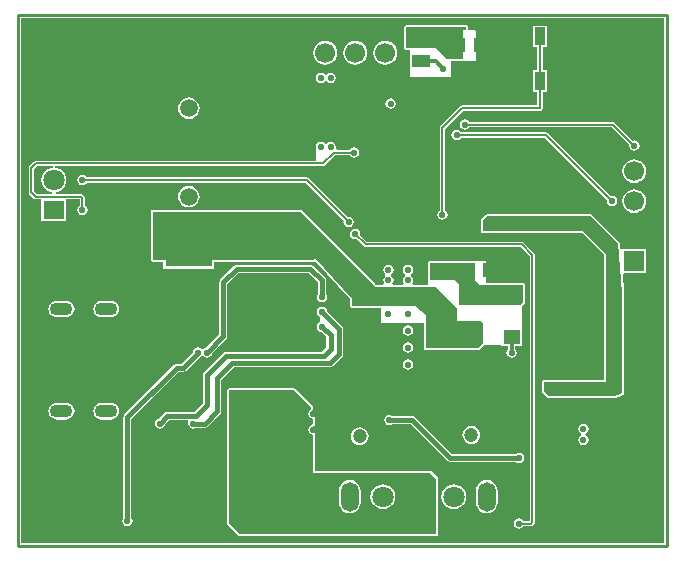
<source format=gbl>
G04*
G04 #@! TF.GenerationSoftware,Altium Limited,Altium Designer,19.0.10 (269)*
G04*
G04 Layer_Physical_Order=4*
G04 Layer_Color=16711680*
%FSLAX25Y25*%
%MOIN*%
G70*
G01*
G75*
%ADD10C,0.01000*%
%ADD15C,0.01200*%
%ADD24R,0.06102X0.03937*%
%ADD26R,0.06000X0.05000*%
%ADD64C,0.01500*%
%ADD65C,0.00600*%
%ADD66C,0.05906*%
%ADD67C,0.06693*%
%ADD68R,0.06693X0.06693*%
%ADD69C,0.16063*%
%ADD70R,0.07087X0.06200*%
%ADD71C,0.07087*%
%ADD72O,0.05906X0.09839*%
%ADD73R,0.06693X0.06693*%
%ADD74O,0.07476X0.04331*%
%ADD75C,0.04724*%
%ADD76C,0.02200*%
%ADD87R,0.15748X0.17717*%
%ADD88R,0.05512X0.04724*%
%ADD89R,0.03543X0.05906*%
G36*
X215414Y1122D02*
X1122D01*
Y176044D01*
X215414D01*
Y1122D01*
D02*
G37*
%LPC*%
G36*
X122500Y168481D02*
X121470Y168345D01*
X120510Y167947D01*
X119685Y167315D01*
X119053Y166490D01*
X118655Y165530D01*
X118519Y164500D01*
X118655Y163470D01*
X119053Y162510D01*
X119685Y161685D01*
X120510Y161053D01*
X121470Y160655D01*
X122500Y160520D01*
X123530Y160655D01*
X124490Y161053D01*
X125315Y161685D01*
X125947Y162510D01*
X126345Y163470D01*
X126480Y164500D01*
X126345Y165530D01*
X125947Y166490D01*
X125315Y167315D01*
X124490Y167947D01*
X123530Y168345D01*
X122500Y168481D01*
D02*
G37*
G36*
X112500D02*
X111470Y168345D01*
X110510Y167947D01*
X109685Y167315D01*
X109053Y166490D01*
X108655Y165530D01*
X108519Y164500D01*
X108655Y163470D01*
X109053Y162510D01*
X109685Y161685D01*
X110510Y161053D01*
X111470Y160655D01*
X112500Y160520D01*
X113530Y160655D01*
X114490Y161053D01*
X115315Y161685D01*
X115947Y162510D01*
X116345Y163470D01*
X116481Y164500D01*
X116345Y165530D01*
X115947Y166490D01*
X115315Y167315D01*
X114490Y167947D01*
X113530Y168345D01*
X112500Y168481D01*
D02*
G37*
G36*
X102500D02*
X101470Y168345D01*
X100510Y167947D01*
X99685Y167315D01*
X99053Y166490D01*
X98655Y165530D01*
X98519Y164500D01*
X98655Y163470D01*
X99053Y162510D01*
X99685Y161685D01*
X100510Y161053D01*
X101470Y160655D01*
X102500Y160520D01*
X103530Y160655D01*
X104490Y161053D01*
X105315Y161685D01*
X105947Y162510D01*
X106345Y163470D01*
X106481Y164500D01*
X106345Y165530D01*
X105947Y166490D01*
X105315Y167315D01*
X104490Y167947D01*
X103530Y168345D01*
X102500Y168481D01*
D02*
G37*
G36*
X104250Y157733D02*
X103587Y157601D01*
X103024Y157226D01*
X102926Y157078D01*
X102324D01*
X102226Y157226D01*
X101663Y157601D01*
X101000Y157733D01*
X100337Y157601D01*
X99774Y157226D01*
X99399Y156663D01*
X99267Y156000D01*
X99399Y155337D01*
X99774Y154774D01*
X100337Y154399D01*
X101000Y154267D01*
X101663Y154399D01*
X102226Y154774D01*
X102324Y154922D01*
X102926D01*
X103024Y154774D01*
X103587Y154399D01*
X104250Y154267D01*
X104913Y154399D01*
X105476Y154774D01*
X105851Y155337D01*
X105983Y156000D01*
X105851Y156663D01*
X105476Y157226D01*
X104913Y157601D01*
X104250Y157733D01*
D02*
G37*
G36*
X149500Y173649D02*
X129500D01*
X129041Y173459D01*
X128851Y173000D01*
Y166000D01*
X129041Y165541D01*
X129500Y165351D01*
X130849D01*
Y159057D01*
Y156500D01*
X144500D01*
X144434Y156566D01*
Y160733D01*
X144500Y160760D01*
X144500Y160760D01*
Y161851D01*
X152655D01*
Y171844D01*
X152500Y172000D01*
X150149D01*
Y173000D01*
X149959Y173459D01*
X149500Y173649D01*
D02*
G37*
G36*
X124250Y149233D02*
X123587Y149101D01*
X123024Y148726D01*
X122649Y148163D01*
X122517Y147500D01*
X122649Y146837D01*
X123024Y146274D01*
X123587Y145899D01*
X124250Y145767D01*
X124913Y145899D01*
X125476Y146274D01*
X125851Y146837D01*
X125983Y147500D01*
X125851Y148163D01*
X125476Y148726D01*
X124913Y149101D01*
X124250Y149233D01*
D02*
G37*
G36*
X57000Y149583D02*
X56072Y149461D01*
X55208Y149103D01*
X54466Y148534D01*
X53897Y147792D01*
X53539Y146927D01*
X53417Y146000D01*
X53539Y145072D01*
X53897Y144208D01*
X54466Y143466D01*
X55208Y142897D01*
X56072Y142539D01*
X57000Y142417D01*
X57928Y142539D01*
X58792Y142897D01*
X59534Y143466D01*
X60103Y144208D01*
X60461Y145072D01*
X60584Y146000D01*
X60461Y146927D01*
X60103Y147792D01*
X59534Y148534D01*
X58792Y149103D01*
X57928Y149461D01*
X57000Y149583D01*
D02*
G37*
G36*
X104250Y134733D02*
X103587Y134601D01*
X103024Y134226D01*
X102926Y134078D01*
X102324D01*
X102226Y134226D01*
X101663Y134601D01*
X101000Y134733D01*
X100337Y134601D01*
X99774Y134226D01*
X99399Y133663D01*
X99267Y133000D01*
Y128474D01*
X6057D01*
X5706Y128404D01*
X5408Y128206D01*
X3851Y126649D01*
X3652Y126351D01*
X3582Y126000D01*
Y118000D01*
X3652Y117649D01*
X3851Y117351D01*
X5351Y115851D01*
X5649Y115652D01*
X6000Y115582D01*
X7857D01*
Y108300D01*
X16143D01*
Y115582D01*
X20582D01*
Y113431D01*
X20274Y113226D01*
X19899Y112663D01*
X19767Y112000D01*
X19899Y111337D01*
X20274Y110774D01*
X20837Y110399D01*
X21500Y110267D01*
X22163Y110399D01*
X22726Y110774D01*
X23101Y111337D01*
X23233Y112000D01*
X23101Y112663D01*
X22726Y113226D01*
X22418Y113431D01*
Y116148D01*
X22348Y116500D01*
X22149Y116797D01*
X21797Y117149D01*
X21500Y117348D01*
X21148Y117418D01*
X12767D01*
X12734Y117918D01*
X13082Y117963D01*
X14089Y118381D01*
X14955Y119045D01*
X15619Y119911D01*
X16037Y120918D01*
X16179Y122000D01*
X16037Y123082D01*
X15619Y124090D01*
X14955Y124955D01*
X14089Y125619D01*
X13082Y126037D01*
X12304Y126139D01*
X12336Y126639D01*
X101635D01*
X101986Y126709D01*
X102284Y126908D01*
X105640Y130264D01*
X110569D01*
X110774Y129956D01*
X111337Y129580D01*
X112000Y129448D01*
X112663Y129580D01*
X113226Y129956D01*
X113601Y130518D01*
X113733Y131182D01*
X113601Y131845D01*
X113226Y132407D01*
X112663Y132783D01*
X112000Y132915D01*
X111337Y132783D01*
X110774Y132407D01*
X110569Y132099D01*
X106248D01*
X105904Y132599D01*
X105983Y133000D01*
X105851Y133663D01*
X105476Y134226D01*
X104913Y134601D01*
X104250Y134733D01*
D02*
G37*
G36*
X149000Y142233D02*
X148337Y142101D01*
X147774Y141726D01*
X147399Y141163D01*
X147267Y140500D01*
X147399Y139837D01*
X147774Y139274D01*
X148337Y138899D01*
X149000Y138767D01*
X149663Y138899D01*
X150226Y139274D01*
X150431Y139582D01*
X198120D01*
X203839Y133863D01*
X203767Y133500D01*
X203899Y132837D01*
X204274Y132274D01*
X204837Y131899D01*
X205500Y131767D01*
X206163Y131899D01*
X206726Y132274D01*
X207101Y132837D01*
X207233Y133500D01*
X207101Y134163D01*
X206726Y134726D01*
X206163Y135101D01*
X205500Y135233D01*
X205137Y135161D01*
X199149Y141149D01*
X198851Y141348D01*
X198500Y141418D01*
X150431D01*
X150226Y141726D01*
X149663Y142101D01*
X149000Y142233D01*
D02*
G37*
G36*
X205500Y128981D02*
X204470Y128845D01*
X203510Y128447D01*
X202685Y127815D01*
X202053Y126990D01*
X201655Y126030D01*
X201519Y125000D01*
X201655Y123970D01*
X202053Y123010D01*
X202685Y122185D01*
X203510Y121553D01*
X204470Y121155D01*
X205500Y121019D01*
X206530Y121155D01*
X207490Y121553D01*
X208315Y122185D01*
X208947Y123010D01*
X209345Y123970D01*
X209481Y125000D01*
X209345Y126030D01*
X208947Y126990D01*
X208315Y127815D01*
X207490Y128447D01*
X206530Y128845D01*
X205500Y128981D01*
D02*
G37*
G36*
X146278Y138733D02*
X145615Y138601D01*
X145053Y138226D01*
X144677Y137663D01*
X144545Y137000D01*
X144677Y136337D01*
X145053Y135774D01*
X145615Y135399D01*
X146278Y135267D01*
X146942Y135399D01*
X147504Y135774D01*
X147710Y136082D01*
X175620D01*
X196339Y115363D01*
X196267Y115000D01*
X196399Y114337D01*
X196774Y113774D01*
X197337Y113399D01*
X198000Y113267D01*
X198663Y113399D01*
X199226Y113774D01*
X199601Y114337D01*
X199733Y115000D01*
X199601Y115663D01*
X199226Y116226D01*
X198663Y116601D01*
X198000Y116733D01*
X197637Y116661D01*
X176649Y137649D01*
X176351Y137848D01*
X176000Y137918D01*
X147710D01*
X147504Y138226D01*
X146942Y138601D01*
X146278Y138733D01*
D02*
G37*
G36*
X57000Y120083D02*
X56072Y119961D01*
X55208Y119603D01*
X54466Y119034D01*
X53897Y118292D01*
X53539Y117428D01*
X53417Y116500D01*
X53539Y115573D01*
X53897Y114708D01*
X54466Y113966D01*
X55208Y113397D01*
X56072Y113039D01*
X57000Y112917D01*
X57928Y113039D01*
X58792Y113397D01*
X59534Y113966D01*
X60103Y114708D01*
X60461Y115573D01*
X60584Y116500D01*
X60461Y117428D01*
X60103Y118292D01*
X59534Y119034D01*
X58792Y119603D01*
X57928Y119961D01*
X57000Y120083D01*
D02*
G37*
G36*
X205500Y118981D02*
X204470Y118845D01*
X203510Y118447D01*
X202685Y117815D01*
X202053Y116990D01*
X201655Y116030D01*
X201519Y115000D01*
X201655Y113970D01*
X202053Y113010D01*
X202685Y112185D01*
X203510Y111553D01*
X204470Y111155D01*
X205500Y111020D01*
X206530Y111155D01*
X207490Y111553D01*
X208315Y112185D01*
X208947Y113010D01*
X209345Y113970D01*
X209481Y115000D01*
X209345Y116030D01*
X208947Y116990D01*
X208315Y117815D01*
X207490Y118447D01*
X206530Y118845D01*
X205500Y118981D01*
D02*
G37*
G36*
X176372Y173513D02*
X171628D01*
Y166408D01*
X173082D01*
Y158553D01*
X171628D01*
Y151447D01*
X173082D01*
Y146918D01*
X148000D01*
X147649Y146848D01*
X147351Y146649D01*
X140851Y140149D01*
X140652Y139851D01*
X140582Y139500D01*
Y111931D01*
X140274Y111726D01*
X139899Y111163D01*
X139767Y110500D01*
X139899Y109837D01*
X140274Y109274D01*
X140837Y108899D01*
X141500Y108767D01*
X142163Y108899D01*
X142726Y109274D01*
X143101Y109837D01*
X143233Y110500D01*
X143101Y111163D01*
X142726Y111726D01*
X142418Y111931D01*
Y139120D01*
X148380Y145082D01*
X174000D01*
X174351Y145152D01*
X174649Y145351D01*
X174848Y145649D01*
X174918Y146000D01*
Y151447D01*
X176372D01*
Y158553D01*
X174918D01*
Y166408D01*
X176372D01*
Y173513D01*
D02*
G37*
G36*
X21500Y123733D02*
X20837Y123601D01*
X20274Y123226D01*
X19899Y122663D01*
X19767Y122000D01*
X19899Y121337D01*
X20274Y120774D01*
X20837Y120399D01*
X21500Y120267D01*
X22163Y120399D01*
X22726Y120774D01*
X22931Y121082D01*
X95870D01*
X108589Y108363D01*
X108517Y108000D01*
X108649Y107337D01*
X109024Y106774D01*
X109587Y106399D01*
X110250Y106267D01*
X110913Y106399D01*
X111476Y106774D01*
X111851Y107337D01*
X111983Y108000D01*
X111851Y108663D01*
X111476Y109226D01*
X110913Y109601D01*
X110250Y109733D01*
X109887Y109661D01*
X96899Y122649D01*
X96601Y122848D01*
X96250Y122918D01*
X22931D01*
X22726Y123226D01*
X22163Y123601D01*
X21500Y123733D01*
D02*
G37*
G36*
X97500Y93876D02*
X73000D01*
X72473Y93772D01*
X72027Y93473D01*
X67527Y88973D01*
X67228Y88527D01*
X67124Y88000D01*
Y70570D01*
X62734Y66180D01*
X62337Y66101D01*
X61774Y65726D01*
X61750Y65689D01*
X61250D01*
X61226Y65726D01*
X60663Y66101D01*
X60000Y66233D01*
X59337Y66101D01*
X58774Y65726D01*
X58399Y65163D01*
X58320Y64766D01*
X54430Y60876D01*
X53000D01*
X52473Y60772D01*
X52027Y60473D01*
X52027Y60473D01*
X35527Y43973D01*
X35228Y43527D01*
X35124Y43000D01*
Y9374D01*
X34899Y9037D01*
X34767Y8374D01*
X34899Y7711D01*
X35274Y7148D01*
X35837Y6773D01*
X36500Y6641D01*
X37163Y6773D01*
X37726Y7148D01*
X38101Y7711D01*
X38233Y8374D01*
X38101Y9037D01*
X37876Y9374D01*
Y42430D01*
X53570Y58124D01*
X55000D01*
X55527Y58228D01*
X55973Y58527D01*
X60266Y62820D01*
X60663Y62899D01*
X61226Y63274D01*
X61250Y63311D01*
X61750D01*
X61774Y63274D01*
X62337Y62899D01*
X63000Y62767D01*
X63663Y62899D01*
X64226Y63274D01*
X64601Y63837D01*
X64680Y64234D01*
X69473Y69027D01*
X69473Y69027D01*
X69772Y69473D01*
X69876Y70000D01*
Y87430D01*
X73570Y91124D01*
X96930D01*
X99989Y88064D01*
Y84000D01*
X99764Y83663D01*
X99632Y83000D01*
X99764Y82337D01*
X100140Y81774D01*
X100702Y81399D01*
X101365Y81267D01*
X102029Y81399D01*
X102591Y81774D01*
X102967Y82337D01*
X103099Y83000D01*
X102967Y83663D01*
X102742Y84000D01*
Y88635D01*
X102637Y89161D01*
X102339Y89608D01*
X102339Y89608D01*
X98473Y93473D01*
X98027Y93772D01*
X97500Y93876D01*
D02*
G37*
G36*
X31073Y81790D02*
X27927D01*
X27205Y81695D01*
X26533Y81416D01*
X25955Y80973D01*
X25512Y80395D01*
X25233Y79722D01*
X25138Y79000D01*
X25233Y78278D01*
X25512Y77606D01*
X25955Y77028D01*
X26533Y76585D01*
X27205Y76306D01*
X27927Y76211D01*
X31073D01*
X31794Y76306D01*
X32467Y76585D01*
X33045Y77028D01*
X33488Y77606D01*
X33767Y78278D01*
X33862Y79000D01*
X33767Y79722D01*
X33488Y80395D01*
X33045Y80973D01*
X32467Y81416D01*
X31794Y81695D01*
X31073Y81790D01*
D02*
G37*
G36*
X16112D02*
X12967D01*
X12245Y81695D01*
X11573Y81416D01*
X10995Y80973D01*
X10552Y80395D01*
X10273Y79722D01*
X10178Y79000D01*
X10273Y78278D01*
X10552Y77606D01*
X10995Y77028D01*
X11573Y76585D01*
X12245Y76306D01*
X12967Y76211D01*
X16112D01*
X16834Y76306D01*
X17507Y76585D01*
X18085Y77028D01*
X18528Y77606D01*
X18807Y78278D01*
X18902Y79000D01*
X18807Y79722D01*
X18528Y80395D01*
X18085Y80973D01*
X17507Y81416D01*
X16834Y81695D01*
X16112Y81790D01*
D02*
G37*
G36*
X130000Y73567D02*
X129337Y73435D01*
X128774Y73059D01*
X128399Y72497D01*
X128267Y71833D01*
X128399Y71170D01*
X128774Y70608D01*
X129337Y70232D01*
X130000Y70100D01*
X130663Y70232D01*
X131226Y70608D01*
X131601Y71170D01*
X131733Y71833D01*
X131601Y72497D01*
X131226Y73059D01*
X130663Y73435D01*
X130000Y73567D01*
D02*
G37*
G36*
X101365Y79733D02*
X100702Y79601D01*
X100140Y79226D01*
X99764Y78663D01*
X99632Y78000D01*
X99764Y77337D01*
X100140Y76774D01*
X100702Y76399D01*
X100702Y76399D01*
Y74601D01*
X100140Y74226D01*
X99764Y73663D01*
X99632Y73000D01*
X99764Y72337D01*
X100140Y71774D01*
X100702Y71399D01*
X101267Y71286D01*
X102874Y69680D01*
Y66320D01*
X101430Y64876D01*
X69500D01*
X69500Y64877D01*
X68973Y64772D01*
X68527Y64473D01*
X62027Y57973D01*
X61728Y57527D01*
X61624Y57000D01*
Y47449D01*
X58875Y44701D01*
X49861D01*
X49334Y44596D01*
X48887Y44297D01*
X48887Y44297D01*
X47144Y42554D01*
X46747Y42475D01*
X46185Y42100D01*
X45809Y41537D01*
X45677Y40874D01*
X45809Y40211D01*
X46185Y39648D01*
X46747Y39273D01*
X47411Y39141D01*
X48074Y39273D01*
X48636Y39648D01*
X49012Y40211D01*
X49091Y40608D01*
X50431Y41948D01*
X56617D01*
X56881Y41447D01*
X56767Y40874D01*
X56899Y40211D01*
X57274Y39648D01*
X57837Y39273D01*
X58500Y39141D01*
X59163Y39273D01*
X59500Y39498D01*
X62374D01*
X62901Y39602D01*
X63347Y39901D01*
X67473Y44027D01*
X67473Y44027D01*
X67772Y44473D01*
X67876Y45000D01*
X67876Y45000D01*
Y55430D01*
X72070Y59624D01*
X104000D01*
X104527Y59728D01*
X104973Y60027D01*
X107973Y63027D01*
X108272Y63473D01*
X108376Y64000D01*
Y72500D01*
X108272Y73027D01*
X107973Y73473D01*
X107973Y73473D01*
X103012Y78434D01*
X102967Y78663D01*
X102591Y79226D01*
X102029Y79601D01*
X101365Y79733D01*
D02*
G37*
G36*
X130000Y67900D02*
X129337Y67768D01*
X128774Y67392D01*
X128399Y66830D01*
X128267Y66167D01*
X128399Y65503D01*
X128774Y64941D01*
X129337Y64565D01*
X130000Y64433D01*
X130663Y64565D01*
X131226Y64941D01*
X131601Y65503D01*
X131733Y66167D01*
X131601Y66830D01*
X131226Y67392D01*
X130663Y67768D01*
X130000Y67900D01*
D02*
G37*
G36*
X94234Y112149D02*
X45000D01*
X44541Y111959D01*
X44351Y111500D01*
Y95500D01*
X44541Y95041D01*
X45000Y94851D01*
X48526D01*
Y92442D01*
X65474D01*
Y94851D01*
X98500D01*
X98959Y95041D01*
X99004Y95040D01*
X110851Y82245D01*
Y80000D01*
X111041Y79541D01*
X111500Y79351D01*
X120948D01*
X121000Y79226D01*
Y74750D01*
X121524Y74226D01*
X135351D01*
Y66000D01*
X135541Y65541D01*
X136000Y65351D01*
X153500D01*
X153959Y65541D01*
X155459Y67041D01*
X160956D01*
X161207Y66790D01*
X163339D01*
Y65727D01*
X163337Y65726D01*
X162962Y65163D01*
X162830Y64500D01*
X162962Y63837D01*
X163337Y63274D01*
X163900Y62899D01*
X164563Y62767D01*
X165226Y62899D01*
X165789Y63274D01*
X166164Y63837D01*
X166296Y64500D01*
X166164Y65163D01*
X165789Y65726D01*
X165787Y65727D01*
Y66790D01*
X167919D01*
Y72714D01*
X167969Y72764D01*
Y75767D01*
X161168Y75701D01*
X161123Y75767D01*
X167969D01*
Y79801D01*
X167999Y79954D01*
X168209Y80041D01*
X168959Y80791D01*
X169149Y81250D01*
Y87000D01*
X168959Y87459D01*
X168500Y87649D01*
X156066D01*
Y88924D01*
X156066Y88924D01*
X156000Y89161D01*
Y89500D01*
Y95041D01*
X152762D01*
X152500Y95149D01*
X137500D01*
X137041Y94959D01*
X136851Y94500D01*
Y88635D01*
Y87149D01*
X131644D01*
X131377Y87649D01*
X131601Y87985D01*
X131733Y88648D01*
X131601Y89312D01*
X131226Y89874D01*
X131002Y90024D01*
Y90625D01*
X131226Y90774D01*
X131601Y91337D01*
X131733Y92000D01*
X131601Y92663D01*
X131226Y93226D01*
X130663Y93601D01*
X130000Y93733D01*
X129337Y93601D01*
X128774Y93226D01*
X128399Y92663D01*
X128267Y92000D01*
X128399Y91337D01*
X128774Y90774D01*
X128998Y90625D01*
Y90024D01*
X128774Y89874D01*
X128399Y89312D01*
X128267Y88648D01*
X128399Y87985D01*
X128623Y87649D01*
X128356Y87149D01*
X125144D01*
X124877Y87649D01*
X125101Y87985D01*
X125233Y88648D01*
X125101Y89312D01*
X124726Y89874D01*
X124502Y90024D01*
Y90625D01*
X124726Y90774D01*
X125101Y91337D01*
X125233Y92000D01*
X125101Y92663D01*
X124726Y93226D01*
X124163Y93601D01*
X123500Y93733D01*
X122837Y93601D01*
X122274Y93226D01*
X121899Y92663D01*
X121767Y92000D01*
X121899Y91337D01*
X122274Y90774D01*
X122498Y90625D01*
Y90024D01*
X122274Y89874D01*
X121899Y89312D01*
X121767Y88648D01*
X121899Y87985D01*
X122123Y87649D01*
X121856Y87149D01*
X119503D01*
X94693Y111959D01*
X94234Y112149D01*
D02*
G37*
G36*
X130000Y62233D02*
X129337Y62101D01*
X128774Y61726D01*
X128399Y61163D01*
X128267Y60500D01*
X128399Y59837D01*
X128774Y59274D01*
X129337Y58899D01*
X130000Y58767D01*
X130663Y58899D01*
X131226Y59274D01*
X131601Y59837D01*
X131733Y60500D01*
X131601Y61163D01*
X131226Y61726D01*
X130663Y62101D01*
X130000Y62233D01*
D02*
G37*
G36*
X191000Y110649D02*
X156500D01*
X156041Y110459D01*
X154541Y108959D01*
X154351Y108500D01*
X154350Y105000D01*
X154541Y104541D01*
X155000Y104351D01*
X188231Y104350D01*
X195351Y97231D01*
X195351Y55483D01*
X175500D01*
X175041Y55293D01*
X174851Y54833D01*
Y51500D01*
X175041Y51041D01*
X176541Y49541D01*
X177000Y49351D01*
X199000D01*
X199116Y49398D01*
X199241Y49397D01*
X201741Y50397D01*
X201836Y50490D01*
X201959Y50541D01*
X202007Y50657D01*
X202097Y50744D01*
X202099Y50877D01*
X202149Y51000D01*
Y84500D01*
X202137Y84529D01*
X202147Y84559D01*
X201590Y90684D01*
X201927Y91053D01*
X209447D01*
Y98946D01*
X200839D01*
X200647Y101059D01*
X200544Y101255D01*
X200459Y101459D01*
X191459Y110459D01*
X191000Y110649D01*
D02*
G37*
G36*
X31073Y47773D02*
X27927D01*
X27205Y47678D01*
X26533Y47400D01*
X25955Y46957D01*
X25512Y46379D01*
X25233Y45706D01*
X25138Y44984D01*
X25233Y44262D01*
X25512Y43590D01*
X25955Y43012D01*
X26533Y42569D01*
X27205Y42290D01*
X27927Y42195D01*
X31073D01*
X31794Y42290D01*
X32467Y42569D01*
X33045Y43012D01*
X33488Y43590D01*
X33767Y44262D01*
X33862Y44984D01*
X33767Y45706D01*
X33488Y46379D01*
X33045Y46957D01*
X32467Y47400D01*
X31794Y47678D01*
X31073Y47773D01*
D02*
G37*
G36*
X16112D02*
X12967D01*
X12245Y47678D01*
X11573Y47400D01*
X10995Y46957D01*
X10552Y46379D01*
X10273Y45706D01*
X10178Y44984D01*
X10273Y44262D01*
X10552Y43590D01*
X10995Y43012D01*
X11573Y42569D01*
X12245Y42290D01*
X12967Y42195D01*
X16112D01*
X16834Y42290D01*
X17507Y42569D01*
X18085Y43012D01*
X18528Y43590D01*
X18807Y44262D01*
X18902Y44984D01*
X18807Y45706D01*
X18528Y46379D01*
X18085Y46957D01*
X17507Y47400D01*
X16834Y47678D01*
X16112Y47773D01*
D02*
G37*
G36*
X151174Y40078D02*
X150401Y39976D01*
X149680Y39678D01*
X149062Y39203D01*
X148587Y38584D01*
X148288Y37863D01*
X148187Y37090D01*
X148288Y36317D01*
X148587Y35596D01*
X149062Y34977D01*
X149680Y34503D01*
X150401Y34204D01*
X151174Y34102D01*
X151948Y34204D01*
X152668Y34503D01*
X153287Y34977D01*
X153762Y35596D01*
X154060Y36317D01*
X154162Y37090D01*
X154060Y37863D01*
X153762Y38584D01*
X153287Y39203D01*
X152668Y39678D01*
X151948Y39976D01*
X151174Y40078D01*
D02*
G37*
G36*
X188500Y40848D02*
X187837Y40716D01*
X187274Y40340D01*
X186899Y39777D01*
X186767Y39114D01*
X186899Y38451D01*
X187274Y37889D01*
X187810Y37531D01*
X187837Y37326D01*
Y37213D01*
X187810Y37008D01*
X187274Y36651D01*
X186899Y36088D01*
X186767Y35425D01*
X186899Y34762D01*
X187274Y34200D01*
X187837Y33824D01*
X188500Y33692D01*
X189163Y33824D01*
X189726Y34200D01*
X190101Y34762D01*
X190233Y35425D01*
X190101Y36088D01*
X189726Y36651D01*
X189190Y37008D01*
X189163Y37213D01*
Y37326D01*
X189190Y37531D01*
X189726Y37889D01*
X190101Y38451D01*
X190233Y39114D01*
X190101Y39777D01*
X189726Y40340D01*
X189163Y40716D01*
X188500Y40848D01*
D02*
G37*
G36*
X113905Y39562D02*
X113131Y39460D01*
X112411Y39162D01*
X111792Y38687D01*
X111317Y38068D01*
X111019Y37348D01*
X110917Y36574D01*
X111019Y35801D01*
X111317Y35081D01*
X111792Y34462D01*
X112411Y33987D01*
X113131Y33689D01*
X113905Y33587D01*
X114678Y33689D01*
X115399Y33987D01*
X116017Y34462D01*
X116492Y35081D01*
X116791Y35801D01*
X116893Y36574D01*
X116791Y37348D01*
X116492Y38068D01*
X116017Y38687D01*
X115399Y39162D01*
X114678Y39460D01*
X113905Y39562D01*
D02*
G37*
G36*
X123874Y43733D02*
X123211Y43601D01*
X122648Y43226D01*
X122273Y42663D01*
X122141Y42000D01*
X122273Y41337D01*
X122648Y40774D01*
X123211Y40399D01*
X123874Y40267D01*
X124537Y40399D01*
X124874Y40624D01*
X130930D01*
X143027Y28527D01*
X143473Y28228D01*
X144000Y28124D01*
X165972D01*
X166393Y27842D01*
X167056Y27711D01*
X167719Y27842D01*
X168282Y28218D01*
X168658Y28780D01*
X168790Y29444D01*
X168658Y30107D01*
X168282Y30669D01*
X167719Y31045D01*
X167056Y31177D01*
X166393Y31045D01*
X166140Y30876D01*
X144570D01*
X132473Y42973D01*
X132027Y43272D01*
X131500Y43376D01*
X124874D01*
X124537Y43601D01*
X123874Y43733D01*
D02*
G37*
G36*
X145311Y20679D02*
X144229Y20537D01*
X143221Y20119D01*
X142356Y19455D01*
X141692Y18589D01*
X141274Y17582D01*
X141132Y16500D01*
X141274Y15418D01*
X141692Y14411D01*
X142356Y13545D01*
X143221Y12881D01*
X144229Y12463D01*
X145311Y12321D01*
X146393Y12463D01*
X147400Y12881D01*
X148266Y13545D01*
X148930Y14411D01*
X149348Y15418D01*
X149490Y16500D01*
X149348Y17582D01*
X148930Y18589D01*
X148266Y19455D01*
X147400Y20119D01*
X146393Y20537D01*
X145311Y20679D01*
D02*
G37*
G36*
X156335Y22051D02*
X155407Y21929D01*
X154543Y21571D01*
X153801Y21001D01*
X153231Y20259D01*
X152873Y19395D01*
X152751Y18467D01*
Y14534D01*
X152873Y13606D01*
X153231Y12742D01*
X153801Y12000D01*
X154543Y11430D01*
X155407Y11072D01*
X156335Y10950D01*
X157262Y11072D01*
X158126Y11430D01*
X158869Y12000D01*
X159438Y12742D01*
X159796Y13606D01*
X159918Y14534D01*
Y18467D01*
X159796Y19395D01*
X159438Y20259D01*
X158869Y21001D01*
X158126Y21571D01*
X157262Y21929D01*
X156335Y22051D01*
D02*
G37*
G36*
X112479Y105733D02*
X111816Y105601D01*
X111254Y105226D01*
X110878Y104663D01*
X110746Y104000D01*
X110878Y103337D01*
X111254Y102774D01*
X111816Y102399D01*
X112479Y102267D01*
X112843Y102339D01*
X115272Y99910D01*
X115569Y99711D01*
X115921Y99641D01*
X167561D01*
X170582Y96620D01*
Y8418D01*
X168488D01*
X168282Y8726D01*
X167719Y9101D01*
X167056Y9233D01*
X166393Y9101D01*
X165831Y8726D01*
X165455Y8163D01*
X165323Y7500D01*
X165455Y6837D01*
X165831Y6274D01*
X166393Y5899D01*
X167056Y5767D01*
X167719Y5899D01*
X168282Y6274D01*
X168488Y6582D01*
X171056D01*
X171407Y6652D01*
X171705Y6851D01*
X172149Y7295D01*
X172348Y7593D01*
X172418Y7944D01*
Y97000D01*
X172348Y97351D01*
X172149Y97649D01*
X168590Y101208D01*
X168292Y101407D01*
X167941Y101476D01*
X116301D01*
X114140Y103637D01*
X114213Y104000D01*
X114081Y104663D01*
X113705Y105226D01*
X113143Y105601D01*
X112479Y105733D01*
D02*
G37*
G36*
X92020Y52649D02*
X70500D01*
X70041Y52459D01*
X69851Y52000D01*
Y7500D01*
X70041Y7041D01*
X73541Y3541D01*
X74000Y3351D01*
X139500D01*
X139959Y3541D01*
X140149Y4000D01*
Y22500D01*
X139959Y22959D01*
X137959Y24959D01*
X137500Y25149D01*
X99149D01*
Y37100D01*
X99077Y37275D01*
X99040Y37461D01*
X98985Y37498D01*
X98959Y37559D01*
X98784Y37632D01*
X98627Y37737D01*
X98090Y37844D01*
X97743Y38076D01*
X97510Y38423D01*
X97429Y38833D01*
X97510Y39243D01*
X97743Y39591D01*
X98090Y39823D01*
X98627Y39930D01*
X98784Y40035D01*
X98959Y40107D01*
X98985Y40169D01*
X99040Y40206D01*
X99077Y40392D01*
X99149Y40567D01*
Y42433D01*
X99077Y42608D01*
X99040Y42794D01*
X98985Y42831D01*
X98959Y42893D01*
X98784Y42965D01*
X98627Y43070D01*
X98090Y43177D01*
X97743Y43409D01*
X97510Y43757D01*
X97429Y44167D01*
X97510Y44577D01*
X97743Y44924D01*
X98023Y45111D01*
X98157Y45312D01*
X98296Y45510D01*
X98424Y46089D01*
X98412Y46162D01*
X98440Y46230D01*
X98370Y46399D01*
X98338Y46578D01*
X98278Y46621D01*
X98250Y46689D01*
X92479Y52459D01*
X92020Y52649D01*
D02*
G37*
%LPD*%
G36*
X149500Y172000D02*
X148500D01*
Y162500D01*
X143000D01*
X139500Y166000D01*
X129500D01*
Y173000D01*
X149500D01*
Y172000D01*
D02*
G37*
G36*
X11696Y126139D02*
X10918Y126037D01*
X9911Y125619D01*
X9045Y124955D01*
X8381Y124090D01*
X7963Y123082D01*
X7821Y122000D01*
X7963Y120918D01*
X8381Y119911D01*
X9045Y119045D01*
X9911Y118381D01*
X10918Y117963D01*
X11266Y117918D01*
X11233Y117418D01*
X6380D01*
X5418Y118380D01*
Y125620D01*
X6437Y126639D01*
X11664D01*
X11696Y126139D01*
D02*
G37*
G36*
X152500Y89161D02*
Y88656D01*
X154156Y87000D01*
X168500D01*
Y81250D01*
X167750Y80500D01*
X147000D01*
Y87500D01*
X145865Y88635D01*
X137500D01*
Y94500D01*
X137500Y94500D01*
X152500D01*
Y89161D01*
D02*
G37*
G36*
X119234Y86500D02*
X139500D01*
X146278Y79000D01*
Y75000D01*
X154500D01*
X155000Y74500D01*
Y67500D01*
X153500Y66000D01*
X136000D01*
Y77000D01*
X132500Y80000D01*
X111500D01*
Y82500D01*
X99000Y96000D01*
X98500Y95500D01*
X45000D01*
Y111500D01*
X94234D01*
X119234Y86500D01*
D02*
G37*
G36*
X200000Y101000D02*
X201500Y84500D01*
Y51000D01*
X199000Y50000D01*
X177000D01*
X175500Y51500D01*
Y54833D01*
X196000D01*
X196000Y97500D01*
X188500Y105000D01*
X155000Y105000D01*
X155000Y108500D01*
X156500Y110000D01*
X191000D01*
X200000Y101000D01*
D02*
G37*
G36*
X97790Y46230D02*
X97662Y45651D01*
X97274Y45392D01*
X96899Y44830D01*
X96767Y44167D01*
X96899Y43503D01*
X97274Y42941D01*
X97837Y42565D01*
X98500Y42433D01*
Y40567D01*
X97837Y40435D01*
X97274Y40059D01*
X96899Y39497D01*
X96767Y38833D01*
X96899Y38170D01*
X97274Y37608D01*
X97837Y37232D01*
X98500Y37100D01*
Y24500D01*
X137500D01*
X139500Y22500D01*
Y4000D01*
X74000D01*
X70500Y7500D01*
Y52000D01*
X92020D01*
X97790Y46230D01*
D02*
G37*
%LPC*%
G36*
X121689Y20679D02*
X120607Y20537D01*
X119599Y20119D01*
X118734Y19455D01*
X118070Y18589D01*
X117652Y17582D01*
X117510Y16500D01*
X117652Y15418D01*
X118070Y14411D01*
X118734Y13545D01*
X119599Y12881D01*
X120607Y12463D01*
X121689Y12321D01*
X122771Y12463D01*
X123778Y12881D01*
X124644Y13545D01*
X125308Y14411D01*
X125726Y15418D01*
X125868Y16500D01*
X125726Y17582D01*
X125308Y18589D01*
X124644Y19455D01*
X123778Y20119D01*
X122771Y20537D01*
X121689Y20679D01*
D02*
G37*
G36*
X110665Y22050D02*
X109738Y21928D01*
X108874Y21570D01*
X108132Y21000D01*
X107562Y20258D01*
X107204Y19394D01*
X107082Y18466D01*
Y14533D01*
X107204Y13605D01*
X107562Y12741D01*
X108132Y11999D01*
X108874Y11429D01*
X109738Y11071D01*
X110665Y10949D01*
X111593Y11071D01*
X112457Y11429D01*
X113199Y11999D01*
X113769Y12741D01*
X114127Y13605D01*
X114249Y14533D01*
Y18466D01*
X114127Y19394D01*
X113769Y20258D01*
X113199Y21000D01*
X112457Y21570D01*
X111593Y21928D01*
X110665Y22050D01*
D02*
G37*
%LPD*%
D10*
X0Y0D02*
Y177165D01*
Y0D02*
X216535D01*
Y177165D01*
X0D02*
X216535D01*
D15*
X164563Y64500D02*
Y69752D01*
X139374Y161626D02*
X141841Y159159D01*
X134500Y161626D02*
X139374D01*
D24*
X134500Y169500D02*
D03*
Y161626D02*
D03*
D26*
X158000Y92000D02*
D03*
X149000D02*
D03*
X146000Y167000D02*
D03*
X155000D02*
D03*
D64*
X144000Y29500D02*
X167000D01*
X167056Y29444D01*
X131500Y42000D02*
X144000Y29500D01*
X123874Y42000D02*
X131500D01*
X101365Y83000D02*
Y88635D01*
X97500Y92500D02*
X101365Y88635D01*
X73000Y92500D02*
X97500D01*
X68500Y88000D02*
X73000Y92500D01*
X68500Y70000D02*
Y88000D01*
X63000Y64500D02*
X68500Y70000D01*
X55000Y59500D02*
X60000Y64500D01*
X53000Y59500D02*
X55000D01*
X36500Y43000D02*
X53000Y59500D01*
X36500Y8374D02*
Y43000D01*
X49861Y43324D02*
X59445D01*
X47411Y40874D02*
X49861Y43324D01*
X59445D02*
X63000Y46879D01*
X66500Y45000D02*
Y56000D01*
X62374Y40874D02*
X66500Y45000D01*
X58500Y40874D02*
X62374D01*
X107000Y64000D02*
Y72500D01*
X104000Y61000D02*
X107000Y64000D01*
X71500Y61000D02*
X104000D01*
X104250Y65750D02*
Y70250D01*
X102000Y63500D02*
X104250Y65750D01*
X69500Y63500D02*
X102000D01*
X101500Y73000D02*
X104250Y70250D01*
X66500Y56000D02*
X71500Y61000D01*
X63000Y57000D02*
X69500Y63500D01*
X101500Y78000D02*
X107000Y72500D01*
X101365Y78000D02*
X101500D01*
X63000Y46879D02*
Y57000D01*
X101365Y73000D02*
X101500D01*
D65*
X174000Y146000D02*
Y155000D01*
X148000Y146000D02*
X174000D01*
X141500Y139500D02*
X148000Y146000D01*
X141500Y110500D02*
Y139500D01*
X176000Y137000D02*
X198000Y115000D01*
X146278Y137000D02*
X176000D01*
X115921Y100559D02*
X167941D01*
X171500Y97000D01*
Y7944D02*
Y97000D01*
X171056Y7500D02*
X171500Y7944D01*
X167056Y7500D02*
X171056D01*
X112479Y104000D02*
X115921Y100559D01*
X174000Y155000D02*
Y169961D01*
X4500Y126000D02*
X6057Y127557D01*
X101635D02*
X105260Y131182D01*
X6057Y127557D02*
X101635D01*
X105260Y131182D02*
X112000D01*
X167000Y7444D02*
X167056Y7500D01*
X198500Y140500D02*
X205500Y133500D01*
X149000Y140500D02*
X198500D01*
X96250Y122000D02*
X110250Y108000D01*
X21500Y122000D02*
X96250D01*
X21500Y112000D02*
Y116148D01*
X21148Y116500D02*
X21500Y116148D01*
X6000Y116500D02*
X21148D01*
X4500Y118000D02*
X6000Y116500D01*
X4500Y118000D02*
Y126000D01*
D66*
X57000Y146000D02*
D03*
Y116500D02*
D03*
D67*
X205500Y125000D02*
D03*
Y115000D02*
D03*
Y105000D02*
D03*
X102500Y164500D02*
D03*
X112500D02*
D03*
X122500D02*
D03*
D68*
X205500Y95000D02*
D03*
D69*
X196815Y19685D02*
D03*
X19685D02*
D03*
Y157315D02*
D03*
X196815D02*
D03*
D70*
X12000Y112000D02*
D03*
D71*
Y122000D02*
D03*
Y132000D02*
D03*
X145311Y16500D02*
D03*
X133500D02*
D03*
X121689D02*
D03*
D72*
X156335Y16500D02*
D03*
X110665Y16500D02*
D03*
D73*
X92500Y164500D02*
D03*
D74*
X14540Y44984D02*
D03*
Y79000D02*
D03*
X29500Y44984D02*
D03*
Y79000D02*
D03*
D75*
X113905Y42484D02*
D03*
Y36574D02*
D03*
X151174Y43000D02*
D03*
Y37090D02*
D03*
D76*
X124250Y147500D02*
D03*
X164563Y64500D02*
D03*
X47411Y40874D02*
D03*
X86000Y71000D02*
D03*
X82250D02*
D03*
X78500D02*
D03*
X86000Y75250D02*
D03*
X82250D02*
D03*
X78500D02*
D03*
X86000Y79500D02*
D03*
X82250D02*
D03*
X78500D02*
D03*
X141500Y110500D02*
D03*
X152300Y104000D02*
D03*
X162500Y163500D02*
D03*
Y171000D02*
D03*
X141841Y159159D02*
D03*
X158500Y106842D02*
D03*
X198500Y60500D02*
D03*
Y56500D02*
D03*
Y64500D02*
D03*
X142000Y90000D02*
D03*
X139000D02*
D03*
X142000Y93000D02*
D03*
X139000D02*
D03*
X165000Y91500D02*
D03*
Y94500D02*
D03*
Y97500D02*
D03*
X110439Y127000D02*
D03*
X112000Y131182D02*
D03*
X108287Y81500D02*
D03*
X194000Y79000D02*
D03*
X188083D02*
D03*
X182167D02*
D03*
X176250D02*
D03*
X188500Y35425D02*
D03*
Y39114D02*
D03*
X167056Y29444D02*
D03*
X123874Y42000D02*
D03*
X177161Y7500D02*
D03*
X141193Y42820D02*
D03*
X146278Y137000D02*
D03*
X149000Y140500D02*
D03*
X198000Y115000D02*
D03*
X205500Y133500D02*
D03*
X110250Y108000D02*
D03*
X21500Y112000D02*
D03*
Y122000D02*
D03*
X95949Y89173D02*
D03*
X141193Y46781D02*
D03*
X73000Y49000D02*
D03*
Y39000D02*
D03*
Y42333D02*
D03*
Y45667D02*
D03*
X60000Y64500D02*
D03*
X63000D02*
D03*
X101365Y83000D02*
D03*
X36500Y8374D02*
D03*
X64000Y73000D02*
D03*
X34631Y50369D02*
D03*
X39500Y83000D02*
D03*
Y80000D02*
D03*
Y73789D02*
D03*
Y77028D02*
D03*
X35500Y73789D02*
D03*
Y77000D02*
D03*
X112479Y104000D02*
D03*
X167056Y7500D02*
D03*
X130000Y60500D02*
D03*
Y66167D02*
D03*
Y71833D02*
D03*
Y77500D02*
D03*
X123374Y77500D02*
D03*
X130000Y88648D02*
D03*
X123500D02*
D03*
X130000Y92000D02*
D03*
X123500D02*
D03*
X58500Y40874D02*
D03*
X101365Y73000D02*
D03*
Y78000D02*
D03*
X98500Y49500D02*
D03*
Y44167D02*
D03*
Y38833D02*
D03*
Y54833D02*
D03*
X64000Y89000D02*
D03*
X83500Y160703D02*
D03*
Y167248D02*
D03*
X101000Y133000D02*
D03*
X104250D02*
D03*
Y156000D02*
D03*
X101000D02*
D03*
X157500Y150500D02*
D03*
X152655D02*
D03*
X157500Y153500D02*
D03*
X152655D02*
D03*
X157045Y63500D02*
D03*
X144045D02*
D03*
X103000Y107000D02*
D03*
X193000Y136500D02*
D03*
D87*
X57000Y161900D02*
D03*
Y101900D02*
D03*
D88*
X150000Y83500D02*
D03*
Y70114D02*
D03*
X164563Y69752D02*
D03*
Y83138D02*
D03*
D89*
X174000Y155000D02*
D03*
Y169961D02*
D03*
X168094D02*
D03*
Y155000D02*
D03*
M02*

</source>
